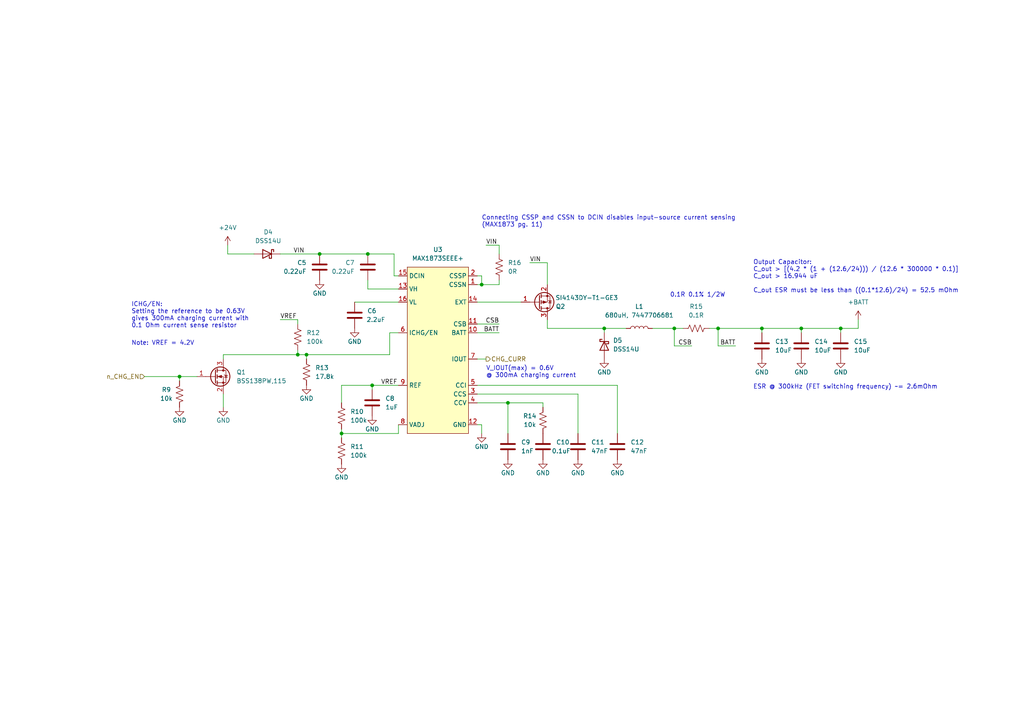
<source format=kicad_sch>
(kicad_sch (version 20211123) (generator eeschema)
  (paper "A4")
  (lib_symbols
    (symbol "Device:C" (pin_numbers hide) (pin_names (offset 0.254))
      (property "Reference" "C" (at 0.635 2.54 0))
      (property "Value" "C" (at 0.635 -2.54 0))
      (symbol "C_0_1"
        (polyline (pts (xy -2.032 -0.762) (xy 2.032 -0.762)) (stroke (width 0.508)))
        (polyline (pts (xy -2.032 0.762) (xy 2.032 0.762)) (stroke (width 0.508)))
      )
      (symbol "C_1_1"
        (pin passive line (at 0 3.81 270) (length 2.794) (name "~") (number "1"))
        (pin passive line (at 0 -3.81 90) (length 2.794) (name "~") (number "2"))
      )
    )
    (symbol "Device:D_Schottky" (pin_numbers hide) (pin_names (offset 1.016) hide)
      (property "Reference" "D" (at 0 2.54 0))
      (property "Value" "D_Schottky" (at 0 -2.54 0))
      (symbol "D_Schottky_0_1"
        (polyline (pts (xy 1.27 0) (xy -1.27 0)))
        (polyline (pts (xy 1.27 1.27) (xy 1.27 -1.27) (xy -1.27 0) (xy 1.27 1.27)) (stroke (width 0.254)))
        (polyline (pts (xy -1.905 0.635) (xy -1.905 1.27) (xy -1.27 1.27) (xy -1.27 -1.27) (xy -0.635 -1.27) (xy -0.635 -0.635)) (stroke (width 0.254)))
      )
      (symbol "D_Schottky_1_1"
        (pin passive line (at -3.81 0 0) (length 2.54) (name "K") (number "1"))
        (pin passive line (at 3.81 0 180) (length 2.54) (name "A") (number "2"))
      )
    )
    (symbol "Device:L" (pin_numbers hide) (pin_names (offset 1.016) hide)
      (property "Reference" "L" (at -1.27 0 90))
      (property "Value" "L" (at 1.905 0 90))
      (symbol "L_0_1"
        (arc (start 0 -2.54) (mid 0.635 -1.905) (end 0 -1.27))
        (arc (start 0 -1.27) (mid 0.635 -0.635) (end 0 0))
        (arc (start 0 0) (mid 0.635 0.635) (end 0 1.27))
        (arc (start 0 1.27) (mid 0.635 1.905) (end 0 2.54))
      )
      (symbol "L_1_1"
        (pin passive line (at 0 3.81 270) (length 1.27) (name "1") (number "1"))
        (pin passive line (at 0 -3.81 90) (length 1.27) (name "2") (number "2"))
      )
    )
    (symbol "Device:Q_NMOS_GSD" (pin_names (offset 0) hide)
      (property "Reference" "Q" (at 5.08 1.27 0))
      (property "Value" "Q_NMOS_GSD" (at 5.08 -1.27 0))
      (symbol "Q_NMOS_GSD_0_1"
        (polyline (pts (xy 0.254 0) (xy -2.54 0)))
        (polyline (pts (xy 0.254 1.905) (xy 0.254 -1.905)) (stroke (width 0.254)))
        (polyline (pts (xy 0.762 -1.27) (xy 0.762 -2.286)) (stroke (width 0.254)))
        (polyline (pts (xy 0.762 0.508) (xy 0.762 -0.508)) (stroke (width 0.254)))
        (polyline (pts (xy 0.762 2.286) (xy 0.762 1.27)) (stroke (width 0.254)))
        (polyline (pts (xy 2.54 2.54) (xy 2.54 1.778)))
        (polyline (pts (xy 2.54 -2.54) (xy 2.54 0) (xy 0.762 0)))
        (polyline (pts (xy 0.762 -1.778) (xy 3.302 -1.778) (xy 3.302 1.778) (xy 0.762 1.778)))
        (polyline (pts (xy 1.016 0) (xy 2.032 0.381) (xy 2.032 -0.381) (xy 1.016 0)) (fill (type outline)))
        (polyline (pts (xy 2.794 0.508) (xy 2.921 0.381) (xy 3.683 0.381) (xy 3.81 0.254)))
        (polyline (pts (xy 3.302 0.381) (xy 2.921 -0.254) (xy 3.683 -0.254) (xy 3.302 0.381)))
        (circle (center 1.651 0) (radius 2.794) (stroke (width 0.254)))
        (circle (center 2.54 -1.778) (radius 0.254) (fill (type outline)))
        (circle (center 2.54 1.778) (radius 0.254) (fill (type outline)))
      )
      (symbol "Q_NMOS_GSD_1_1"
        (pin input line (at -5.08 0 0) (length 2.54) (name "G") (number "1"))
        (pin passive line (at 2.54 -5.08 90) (length 2.54) (name "S") (number "2"))
        (pin passive line (at 2.54 5.08 270) (length 2.54) (name "D") (number "3"))
      )
    )
    (symbol "Device:Q_PMOS_GSD" (pin_names (offset 0) hide)
      (property "Reference" "Q" (at 5.08 1.27 0))
      (property "Value" "Q_PMOS_GSD" (at 5.08 -1.27 0))
      (symbol "Q_PMOS_GSD_0_1"
        (polyline (pts (xy 0.254 0) (xy -2.54 0)))
        (polyline (pts (xy 0.254 1.905) (xy 0.254 -1.905)) (stroke (width 0.254)))
        (polyline (pts (xy 0.762 -1.27) (xy 0.762 -2.286)) (stroke (width 0.254)))
        (polyline (pts (xy 0.762 0.508) (xy 0.762 -0.508)) (stroke (width 0.254)))
        (polyline (pts (xy 0.762 2.286) (xy 0.762 1.27)) (stroke (width 0.254)))
        (polyline (pts (xy 2.54 2.54) (xy 2.54 1.778)))
        (polyline (pts (xy 2.54 -2.54) (xy 2.54 0) (xy 0.762 0)))
        (polyline (pts (xy 0.762 1.778) (xy 3.302 1.778) (xy 3.302 -1.778) (xy 0.762 -1.778)))
        (polyline (pts (xy 2.286 0) (xy 1.27 0.381) (xy 1.27 -0.381) (xy 2.286 0)) (fill (type outline)))
        (polyline (pts (xy 2.794 -0.508) (xy 2.921 -0.381) (xy 3.683 -0.381) (xy 3.81 -0.254)))
        (polyline (pts (xy 3.302 -0.381) (xy 2.921 0.254) (xy 3.683 0.254) (xy 3.302 -0.381)))
        (circle (center 1.651 0) (radius 2.794) (stroke (width 0.254)))
        (circle (center 2.54 -1.778) (radius 0.254) (fill (type outline)))
        (circle (center 2.54 1.778) (radius 0.254) (fill (type outline)))
      )
      (symbol "Q_PMOS_GSD_1_1"
        (pin input line (at -5.08 0 0) (length 2.54) (name "G") (number "1"))
        (pin passive line (at 2.54 -5.08 90) (length 2.54) (name "S") (number "2"))
        (pin passive line (at 2.54 5.08 270) (length 2.54) (name "D") (number "3"))
      )
    )
    (symbol "Device:R_US" (pin_numbers hide) (pin_names (offset 0))
      (property "Reference" "R" (at 2.54 0 90))
      (property "Value" "R_US" (at -2.54 0 90))
      (symbol "R_US_0_1"
        (polyline (pts (xy 0 -2.286) (xy 0 -2.54)))
        (polyline (pts (xy 0 2.286) (xy 0 2.54)))
        (polyline (pts (xy 0 -0.762) (xy 1.016 -1.143) (xy 0 -1.524) (xy -1.016 -1.905) (xy 0 -2.286)))
        (polyline (pts (xy 0 0.762) (xy 1.016 0.381) (xy 0 0) (xy -1.016 -0.381) (xy 0 -0.762)))
        (polyline (pts (xy 0 2.286) (xy 1.016 1.905) (xy 0 1.524) (xy -1.016 1.143) (xy 0 0.762)))
      )
      (symbol "R_US_1_1"
        (pin passive line (at 0 3.81 270) (length 1.27) (name "~") (number "1"))
        (pin passive line (at 0 -3.81 90) (length 1.27) (name "~") (number "2"))
      )
    )
    (symbol "charging_on_the_pad:MAX1873SEEE+"
      (property "Reference" "U" (at 1.27 1.27 0))
      (property "Value" "MAX1873SEEE+" (at 7.62 -49.53 0))
      (symbol "MAX1873SEEE+_0_1"
        (rectangle (start 0 0) (end 17.78 -48.26) (fill (type background)))
      )
      (symbol "MAX1873SEEE+_1_1"
        (pin input line (at 20.32 -5.08 180) (length 2.54) (name "CSSN") (number "1"))
        (pin input line (at 20.32 -19.05 180) (length 2.54) (name "BATT") (number "10"))
        (pin input line (at 20.32 -16.51 180) (length 2.54) (name "CSB") (number "11"))
        (pin power_in line (at 20.32 -45.72 180) (length 2.54) (name "GND") (number "12"))
        (pin power_in line (at -2.54 -6.35 0) (length 2.54) (name "VH") (number "13"))
        (pin output line (at 20.32 -10.16 180) (length 2.54) (name "EXT") (number "14"))
        (pin power_in line (at -2.54 -2.54 0) (length 2.54) (name "DCIN") (number "15"))
        (pin power_in line (at -2.54 -10.16 0) (length 2.54) (name "VL") (number "16"))
        (pin input line (at 20.32 -2.54 180) (length 2.54) (name "CSSP") (number "2"))
        (pin input line (at 20.32 -36.83 180) (length 2.54) (name "CCS") (number "3"))
        (pin input line (at 20.32 -39.37 180) (length 2.54) (name "CCV") (number "4"))
        (pin input line (at 20.32 -34.29 180) (length 2.54) (name "CCI") (number "5"))
        (pin input line (at -2.54 -19.05 0) (length 2.54) (name "ICHG/EN") (number "6"))
        (pin output line (at 20.32 -26.67 180) (length 2.54) (name "IOUT") (number "7"))
        (pin input line (at -2.54 -45.72 0) (length 2.54) (name "VADJ") (number "8"))
        (pin passive line (at -2.54 -34.29 0) (length 2.54) (name "REF") (number "9"))
      )
    )
    (symbol "power:+24V" (power) (pin_names (offset 0))
      (property "Value" "+24V" (at 0 3.556 0))
      (symbol "+24V_0_1"
        (polyline (pts (xy -0.762 1.27) (xy 0 2.54)))
        (polyline (pts (xy 0 0) (xy 0 2.54)))
        (polyline (pts (xy 0 2.54) (xy 0.762 1.27)))
      )
      (symbol "+24V_1_1"
        (pin power_in line (at 0 0 90) (length 0) hide (name "+24V") (number "1"))
      )
    )
    (symbol "power:+BATT" (power) (pin_names (offset 0))
      (property "Value" "+BATT" (at 0 3.556 0))
      (symbol "+BATT_0_1"
        (polyline (pts (xy -0.762 1.27) (xy 0 2.54)))
        (polyline (pts (xy 0 0) (xy 0 2.54)))
        (polyline (pts (xy 0 2.54) (xy 0.762 1.27)))
      )
      (symbol "+BATT_1_1"
        (pin power_in line (at 0 0 90) (length 0) hide (name "+BATT") (number "1"))
      )
    )
    (symbol "power:GND" (power) (pin_names (offset 0))
      (property "Value" "GND" (at 0 -3.81 0))
      (symbol "GND_0_1"
        (polyline (pts (xy 0 0) (xy 0 -1.27) (xy 1.27 -1.27) (xy 0 -2.54) (xy -1.27 -1.27) (xy 0 -1.27)))
      )
      (symbol "GND_1_1"
        (pin power_in line (at 0 0 270) (length 0) hide (name "GND") (number "1"))
      )
    )
  )
  (junction (at 243.84 95.25))
  (junction (at 107.95 111.76))
  (junction (at 106.68 73.66))
  (junction (at 52.07 109.22))
  (junction (at 86.36 102.87))
  (junction (at 88.9 102.87))
  (junction (at 175.26 95.25))
  (junction (at 208.28 95.25))
  (junction (at 232.41 95.25))
  (junction (at 195.58 95.25))
  (junction (at 139.7 82.55))
  (junction (at 99.06 125.73))
  (junction (at 147.32 116.84))
  (junction (at 92.71 73.66))
  (junction (at 220.98 95.25))
  (wire (pts (xy 220.98 95.25) (xy 232.41 95.25)))
  (wire (pts (xy 106.68 83.82) (xy 115.57 83.82)))
  (wire (pts (xy 41.91 109.22) (xy 52.07 109.22)))
  (wire (pts (xy 86.36 102.87) (xy 88.9 102.87)))
  (wire (pts (xy 81.28 73.66) (xy 92.71 73.66)))
  (wire (pts (xy 195.58 95.25) (xy 195.58 100.33)))
  (wire (pts (xy 64.77 114.3) (xy 64.77 118.11)))
  (wire (pts (xy 179.07 111.76) (xy 179.07 125.73)))
  (wire (pts (xy 144.78 96.52) (xy 138.43 96.52)))
  (wire (pts (xy 115.57 96.52) (xy 113.03 96.52)))
  (wire (pts (xy 114.3 73.66) (xy 114.3 80.01)))
  (wire (pts (xy 139.7 123.19) (xy 139.7 125.73)))
  (wire (pts (xy 232.41 95.25) (xy 232.41 96.52)))
  (wire (pts (xy 144.78 73.66) (xy 144.78 71.12)))
  (wire (pts (xy 52.07 110.49) (xy 52.07 109.22)))
  (wire (pts (xy 99.06 111.76) (xy 107.95 111.76)))
  (wire (pts (xy 158.75 76.2) (xy 158.75 82.55)))
  (wire (pts (xy 115.57 123.19) (xy 115.57 125.73)))
  (wire (pts (xy 147.32 116.84) (xy 147.32 125.73)))
  (wire (pts (xy 52.07 109.22) (xy 57.15 109.22)))
  (wire (pts (xy 167.64 114.3) (xy 167.64 125.73)))
  (wire (pts (xy 66.04 73.66) (xy 73.66 73.66)))
  (wire (pts (xy 195.58 100.33) (xy 200.66 100.33)))
  (wire (pts (xy 139.7 82.55) (xy 144.78 82.55)))
  (wire (pts (xy 144.78 93.98) (xy 138.43 93.98)))
  (wire (pts (xy 138.43 111.76) (xy 179.07 111.76)))
  (wire (pts (xy 144.78 71.12) (xy 140.97 71.12)))
  (wire (pts (xy 99.06 125.73) (xy 99.06 127)))
  (wire (pts (xy 158.75 92.71) (xy 158.75 95.25)))
  (wire (pts (xy 153.67 76.2) (xy 158.75 76.2)))
  (wire (pts (xy 138.43 114.3) (xy 167.64 114.3)))
  (wire (pts (xy 205.74 95.25) (xy 208.28 95.25)))
  (wire (pts (xy 102.87 87.63) (xy 115.57 87.63)))
  (wire (pts (xy 106.68 73.66) (xy 92.71 73.66)))
  (wire (pts (xy 144.78 82.55) (xy 144.78 81.28)))
  (wire (pts (xy 66.04 71.12) (xy 66.04 73.66)))
  (wire (pts (xy 189.23 95.25) (xy 195.58 95.25)))
  (wire (pts (xy 208.28 95.25) (xy 208.28 100.33)))
  (wire (pts (xy 106.68 81.28) (xy 106.68 83.82)))
  (wire (pts (xy 86.36 101.6) (xy 86.36 102.87)))
  (wire (pts (xy 115.57 80.01) (xy 114.3 80.01)))
  (wire (pts (xy 107.95 111.76) (xy 115.57 111.76)))
  (wire (pts (xy 220.98 96.52) (xy 220.98 95.25)))
  (wire (pts (xy 208.28 95.25) (xy 220.98 95.25)))
  (wire (pts (xy 248.92 92.71) (xy 248.92 95.25)))
  (wire (pts (xy 88.9 102.87) (xy 113.03 102.87)))
  (wire (pts (xy 195.58 95.25) (xy 198.12 95.25)))
  (wire (pts (xy 232.41 95.25) (xy 243.84 95.25)))
  (wire (pts (xy 158.75 95.25) (xy 175.26 95.25)))
  (wire (pts (xy 138.43 87.63) (xy 151.13 87.63)))
  (wire (pts (xy 107.95 111.76) (xy 107.95 113.03)))
  (wire (pts (xy 140.97 104.14) (xy 138.43 104.14)))
  (wire (pts (xy 175.26 95.25) (xy 181.61 95.25)))
  (wire (pts (xy 86.36 92.71) (xy 86.36 93.98)))
  (wire (pts (xy 208.28 100.33) (xy 213.36 100.33)))
  (wire (pts (xy 64.77 102.87) (xy 86.36 102.87)))
  (wire (pts (xy 147.32 116.84) (xy 157.48 116.84)))
  (wire (pts (xy 99.06 111.76) (xy 99.06 116.84)))
  (wire (pts (xy 243.84 95.25) (xy 243.84 96.52)))
  (wire (pts (xy 175.26 95.25) (xy 175.26 96.52)))
  (wire (pts (xy 81.28 92.71) (xy 86.36 92.71)))
  (wire (pts (xy 138.43 116.84) (xy 147.32 116.84)))
  (wire (pts (xy 88.9 102.87) (xy 88.9 104.14)))
  (wire (pts (xy 106.68 73.66) (xy 114.3 73.66)))
  (wire (pts (xy 138.43 123.19) (xy 139.7 123.19)))
  (wire (pts (xy 138.43 80.01) (xy 139.7 80.01)))
  (wire (pts (xy 99.06 124.46) (xy 99.06 125.73)))
  (wire (pts (xy 138.43 82.55) (xy 139.7 82.55)))
  (wire (pts (xy 157.48 118.11) (xy 157.48 116.84)))
  (wire (pts (xy 113.03 96.52) (xy 113.03 102.87)))
  (wire (pts (xy 99.06 125.73) (xy 115.57 125.73)))
  (wire (pts (xy 139.7 80.01) (xy 139.7 82.55)))
  (wire (pts (xy 243.84 95.25) (xy 248.92 95.25)))
  (wire (pts (xy 64.77 104.14) (xy 64.77 102.87)))
  (text "V_IOUT(max) = 0.6V \n@ 300mA charging current\n\n" (at 140.97 111.76 0) (effects (font (size 1.27 1.27)) (justify left bottom)))
  (text "Output Capacitor:\nC_out > [(4.2 * (1 + (12.6/24))) / (12.6 * 300000 * 0.1)]\nC_out > 16.944 uF\n\nC_out ESR must be less than ((0.1*12.6)/24) = 52.5 mOhm" (at 218.44 85.09 0) (effects (font (size 1.27 1.27)) (justify left bottom)))
  (text "0.1R 0.1% 1/2W" (at 194.31 86.36 0) (effects (font (size 1.27 1.27)) (justify left bottom)))
  (text "Note: VREF = 4.2V" (at 38.1 100.33 0) (effects (font (size 1.27 1.27)) (justify left bottom)))
  (text "ESR @ 300kHz (FET switching frequency) ~= 2.6mOhm" (at 218.44 113.03 0) (effects (font (size 1.27 1.27)) (justify left bottom)))
  (text "ICHG/EN:\nSetting the reference to be 0.63V\ngives 300mA charging current with \n0.1 Ohm current sense resistor\n" (at 38.1 95.25 0) (effects (font (size 1.27 1.27)) (justify left bottom)))
  (text "Connecting CSSP and CSSN to DCIN disables input-source current sensing\n(MAX1873 pg. 11)" (at 139.7 66.04 0) (effects (font (size 1.27 1.27)) (justify left bottom)))
  (label "CSB" (at 144.78 93.98 180))
  (label "VREF" (at 110.49 111.76 0))
  (label "CSB" (at 200.66 100.33 180))
  (label "VIN" (at 85.09 73.66 0))
  (label "VREF" (at 81.28 92.71 0))
  (label "VIN" (at 140.97 71.12 0))
  (label "BATT" (at 144.78 96.52 180))
  (label "VIN" (at 153.67 76.2 0))
  (label "BATT" (at 213.36 100.33 180))
  (hierarchical_label "CHG_CURR" (shape output) (at 140.97 104.14 0))
  (hierarchical_label "n_CHG_EN" (shape input) (at 41.91 109.22 180))
  (symbol (lib_id "power:GND") (at 88.9 111.76 0) (unit 1)
    (property "Reference" "#PWR0120" (effects hide))
    (property "Value" "GND" (at 88.9 115.57 0))
  )
  (symbol (lib_id "power:GND") (at 220.98 104.14 0) (mirror y) (unit 1)
    (property "Reference" "#PWR019" (effects hide))
    (property "Value" "GND" (at 220.98 107.95 0))
  )
  (symbol (lib_id "Device:C") (at 92.71 77.47 0) (mirror x) (unit 1)
    (property "Reference" "C5" (at 88.9 76.1999 0) (effects (justify right)))
    (property "Value" "0.22uF" (at 88.9 78.7399 0) (effects (justify right)))
    (property "Footprint" "Capacitor_SMD:C_0805_2012Metric_Pad1.18x1.45mm_HandSolder" (effects hide))
  )
  (symbol (lib_id "Device:R_US") (at 201.93 95.25 270) (unit 1)
    (property "Reference" "R15" (at 201.93 88.9 90))
    (property "Value" "0.1R" (at 201.93 91.44 90))
    (property "Footprint" "Resistor_SMD:R_1206_3216Metric_Pad1.30x1.75mm_HandSolder" (effects hide))
  )
  (symbol (lib_id "Device:R_US") (at 52.07 114.3 0) (mirror x) (unit 1)
    (property "Reference" "R9" (at 48.26 113.03 0))
    (property "Value" "10k" (at 48.26 115.57 0))
    (property "Footprint" "Resistor_SMD:R_0805_2012Metric_Pad1.20x1.40mm_HandSolder" (effects hide))
  )
  (symbol (lib_id "power:GND") (at 175.26 104.14 0) (mirror y) (unit 1)
    (property "Reference" "#PWR017" (effects hide))
    (property "Value" "GND" (at 175.26 107.95 0))
  )
  (symbol (lib_id "power:GND") (at 99.06 134.62 0) (unit 1)
    (property "Reference" "#PWR010" (effects hide))
    (property "Value" "GND" (at 99.06 138.43 0))
  )
  (symbol (lib_id "Device:C") (at 157.48 129.54 180) (unit 1)
    (property "Reference" "C10" (at 161.29 128.2699 0) (effects (justify right)))
    (property "Value" "0.1uF" (at 160.02 130.81 0) (effects (justify right)))
    (property "Footprint" "Capacitor_SMD:C_0805_2012Metric_Pad1.18x1.45mm_HandSolder" (effects hide))
  )
  (symbol (lib_id "Device:R_US") (at 157.48 121.92 0) (mirror x) (unit 1)
    (property "Reference" "R14" (at 153.67 120.65 0))
    (property "Value" "10k" (at 153.67 123.19 0))
    (property "Footprint" "Resistor_SMD:R_0805_2012Metric_Pad1.20x1.40mm_HandSolder" (effects hide))
  )
  (symbol (lib_id "power:GND") (at 64.77 118.11 0) (unit 1)
    (property "Reference" "#PWR06" (effects hide))
    (property "Value" "GND" (at 64.77 121.92 0))
  )
  (symbol (lib_id "power:GND") (at 157.48 133.35 0) (mirror y) (unit 1)
    (property "Reference" "#PWR015" (effects hide))
    (property "Value" "GND" (at 157.48 137.16 0))
  )
  (symbol (lib_id "power:GND") (at 107.95 120.65 0) (unit 1)
    (property "Reference" "#PWR012" (effects hide))
    (property "Value" "GND" (at 107.95 124.46 0))
  )
  (symbol (lib_id "power:GND") (at 232.41 104.14 0) (mirror y) (unit 1)
    (property "Reference" "#PWR0106" (effects hide))
    (property "Value" "GND" (at 232.41 107.95 0))
  )
  (symbol (lib_id "power:GND") (at 243.84 104.14 0) (mirror y) (unit 1)
    (property "Reference" "#PWR0109" (effects hide))
    (property "Value" "GND" (at 243.84 107.95 0))
  )
  (symbol (lib_id "Device:C") (at 179.07 129.54 180) (unit 1)
    (property "Reference" "C12" (at 182.88 128.2699 0) (effects (justify right)))
    (property "Value" "47nF" (at 182.88 130.8099 0) (effects (justify right)))
    (property "Footprint" "Capacitor_SMD:C_0805_2012Metric_Pad1.18x1.45mm_HandSolder" (effects hide))
  )
  (symbol (lib_id "Device:C") (at 232.41 100.33 180) (unit 1)
    (property "Reference" "C14" (at 236.22 99.0599 0) (effects (justify right)))
    (property "Value" "10uF" (at 236.22 101.5999 0) (effects (justify right)))
    (property "Footprint" "Capacitor_SMD:C_0805_2012Metric_Pad1.18x1.45mm_HandSolder" (effects hide))
  )
  (symbol (lib_id "Device:C") (at 147.32 129.54 0) (mirror y) (unit 1)
    (property "Reference" "C9" (at 151.13 128.2699 0) (effects (justify right)))
    (property "Value" "1nF" (at 151.13 130.81 0) (effects (justify right)))
    (property "Footprint" "Capacitor_SMD:C_0805_2012Metric_Pad1.18x1.45mm_HandSolder" (effects hide))
  )
  (symbol (lib_id "Device:C") (at 243.84 100.33 180) (unit 1)
    (property "Reference" "C15" (at 247.65 99.0599 0) (effects (justify right)))
    (property "Value" "10uF" (at 247.65 101.5999 0) (effects (justify right)))
    (property "Footprint" "Capacitor_SMD:C_0805_2012Metric_Pad1.18x1.45mm_HandSolder" (effects hide))
  )
  (symbol (lib_id "Device:C") (at 106.68 77.47 0) (mirror x) (unit 1)
    (property "Reference" "C7" (at 102.87 76.1999 0) (effects (justify right)))
    (property "Value" "0.22uF" (at 102.87 78.7399 0) (effects (justify right)))
    (property "Footprint" "Capacitor_SMD:C_0805_2012Metric_Pad1.18x1.45mm_HandSolder" (effects hide))
  )
  (symbol (lib_id "Device:C") (at 102.87 91.44 0) (mirror x) (unit 1)
    (property "Reference" "C6" (at 109.22 90.17 0) (effects (justify right)))
    (property "Value" "2.2uF" (at 111.76 92.71 0) (effects (justify right)))
    (property "Footprint" "Capacitor_SMD:C_0805_2012Metric_Pad1.18x1.45mm_HandSolder" (effects hide))
  )
  (symbol (lib_id "charging_on_the_pad:MAX1873SEEE+") (at 118.11 77.47 0) (unit 1)
    (property "Reference" "U3" (at 127 72.39 0))
    (property "Value" "MAX1873SEEE+" (at 127 74.93 0))
    (property "Footprint" "Package_SO:SSOP-16_3.9x4.9mm_P0.635mm" (effects hide))
  )
  (symbol (lib_id "Device:R_US") (at 88.9 107.95 0) (unit 1)
    (property "Reference" "R13" (at 91.44 106.68 0) (effects (justify left)))
    (property "Value" "17.8k" (at 91.44 109.2199 0) (effects (justify left)))
    (property "Footprint" "Resistor_SMD:R_0805_2012Metric_Pad1.20x1.40mm_HandSolder" (effects hide))
  )
  (symbol (lib_id "Device:R_US") (at 144.78 77.47 0) (unit 1)
    (property "Reference" "R16" (at 147.32 76.1999 0) (effects (justify left)))
    (property "Value" "0R" (at 147.32 78.7399 0) (effects (justify left)))
    (property "Footprint" "Resistor_SMD:R_0805_2012Metric_Pad1.20x1.40mm_HandSolder" (effects hide))
  )
  (symbol (lib_id "Device:Q_PMOS_GSD") (at 156.21 87.63 0) (mirror x) (unit 1)
    (property "Reference" "Q2" (at 162.56 88.9 0))
    (property "Value" "SI4143DY-T1-GE3" (at 170.18 86.36 0))
    (property "Footprint" "charging_on_the_pad:SI4143DY-T1-GE3" (effects hide))
  )
  (symbol (lib_id "Device:R_US") (at 99.06 120.65 0) (unit 1)
    (property "Reference" "R10" (at 101.6 119.38 0) (effects (justify left)))
    (property "Value" "100k" (at 101.6 121.9199 0) (effects (justify left)))
    (property "Footprint" "Resistor_SMD:R_0805_2012Metric_Pad1.20x1.40mm_HandSolder" (effects hide))
  )
  (symbol (lib_id "power:GND") (at 139.7 125.73 0) (unit 1)
    (property "Reference" "#PWR013" (effects hide))
    (property "Value" "GND" (at 139.7 129.54 0))
  )
  (symbol (lib_id "power:GND") (at 92.71 81.28 0) (unit 1)
    (property "Reference" "#PWR09" (effects hide))
    (property "Value" "GND" (at 92.71 85.09 0))
  )
  (symbol (lib_id "Device:D_Schottky") (at 77.47 73.66 0) (mirror y) (unit 1)
    (property "Reference" "D4" (at 77.7875 67.31 0))
    (property "Value" "DSS14U" (at 77.7875 69.85 0))
    (property "Footprint" "charging_on_the_pad:DSS14U" (effects hide))
  )
  (symbol (lib_id "Device:R_US") (at 99.06 130.81 0) (unit 1)
    (property "Reference" "R11" (at 101.6 129.54 0) (effects (justify left)))
    (property "Value" "100k" (at 101.6 132.0799 0) (effects (justify left)))
    (property "Footprint" "Resistor_SMD:R_0805_2012Metric_Pad1.20x1.40mm_HandSolder" (effects hide))
  )
  (symbol (lib_id "power:GND") (at 147.32 133.35 0) (mirror y) (unit 1)
    (property "Reference" "#PWR014" (effects hide))
    (property "Value" "GND" (at 147.32 137.16 0))
  )
  (symbol (lib_id "Device:R_US") (at 86.36 97.79 0) (unit 1)
    (property "Reference" "R12" (at 88.9 96.52 0) (effects (justify left)))
    (property "Value" "100k" (at 88.9 99.0599 0) (effects (justify left)))
    (property "Footprint" "Resistor_SMD:R_0805_2012Metric_Pad1.20x1.40mm_HandSolder" (effects hide))
  )
  (symbol (lib_id "Device:D_Schottky") (at 175.26 100.33 90) (mirror x) (unit 1)
    (property "Reference" "D5" (at 177.8 98.7424 90) (effects (justify right)))
    (property "Value" "DSS14U" (at 177.8 101.2824 90) (effects (justify right)))
    (property "Footprint" "charging_on_the_pad:DSS14U" (effects hide))
  )
  (symbol (lib_id "Device:C") (at 167.64 129.54 180) (unit 1)
    (property "Reference" "C11" (at 171.45 128.2699 0) (effects (justify right)))
    (property "Value" "47nF" (at 171.45 130.8099 0) (effects (justify right)))
    (property "Footprint" "Capacitor_SMD:C_0805_2012Metric_Pad1.18x1.45mm_HandSolder" (effects hide))
  )
  (symbol (lib_id "Device:Q_NMOS_GSD") (at 62.23 109.22 0) (unit 1)
    (property "Reference" "Q1" (at 68.58 107.9499 0) (effects (justify left)))
    (property "Value" "BSS138PW,115" (at 68.58 110.4899 0) (effects (justify left)))
    (property "Footprint" "Package_TO_SOT_SMD:SOT-323_SC-70_Handsoldering" (effects hide))
  )
  (symbol (lib_id "power:+24V") (at 66.04 71.12 0) (mirror y) (unit 1)
    (property "Reference" "#PWR07" (effects hide))
    (property "Value" "+24V" (at 66.04 66.04 0))
  )
  (symbol (lib_id "Device:C") (at 107.95 116.84 180) (unit 1)
    (property "Reference" "C8" (at 111.76 115.5699 0) (effects (justify right)))
    (property "Value" "1uF" (at 111.76 118.1099 0) (effects (justify right)))
    (property "Footprint" "Capacitor_SMD:C_0805_2012Metric_Pad1.18x1.45mm_HandSolder" (effects hide))
  )
  (symbol (lib_id "Device:L") (at 185.42 95.25 90) (unit 1)
    (property "Reference" "L1" (at 185.42 88.9 90))
    (property "Value" "680uH, 7447706681" (at 185.42 91.44 90))
    (property "Footprint" "Inductor_SMD:L_12x12mm_H6mm" (effects hide))
  )
  (symbol (lib_id "power:GND") (at 167.64 133.35 0) (mirror y) (unit 1)
    (property "Reference" "#PWR016" (effects hide))
    (property "Value" "GND" (at 167.64 137.16 0))
  )
  (symbol (lib_id "power:GND") (at 52.07 118.11 0) (unit 1)
    (property "Reference" "#PWR05" (effects hide))
    (property "Value" "GND" (at 52.07 121.92 0))
  )
  (symbol (lib_id "power:GND") (at 179.07 133.35 0) (mirror y) (unit 1)
    (property "Reference" "#PWR018" (effects hide))
    (property "Value" "GND" (at 179.07 137.16 0))
  )
  (symbol (lib_id "Device:C") (at 220.98 100.33 180) (unit 1)
    (property "Reference" "C13" (at 224.79 99.0599 0) (effects (justify right)))
    (property "Value" "10uF" (at 224.79 101.5999 0) (effects (justify right)))
    (property "Footprint" "Capacitor_SMD:C_0805_2012Metric_Pad1.18x1.45mm_HandSolder" (effects hide))
  )
  (symbol (lib_id "power:GND") (at 102.87 95.25 0) (unit 1)
    (property "Reference" "#PWR011" (effects hide))
    (property "Value" "GND" (at 102.87 99.06 0))
  )
  (symbol (lib_id "power:+BATT") (at 248.92 92.71 0) (unit 1)
    (property "Reference" "#PWR020" (effects hide))
    (property "Value" "+BATT" (at 248.92 87.63 0))
  )
)
</source>
